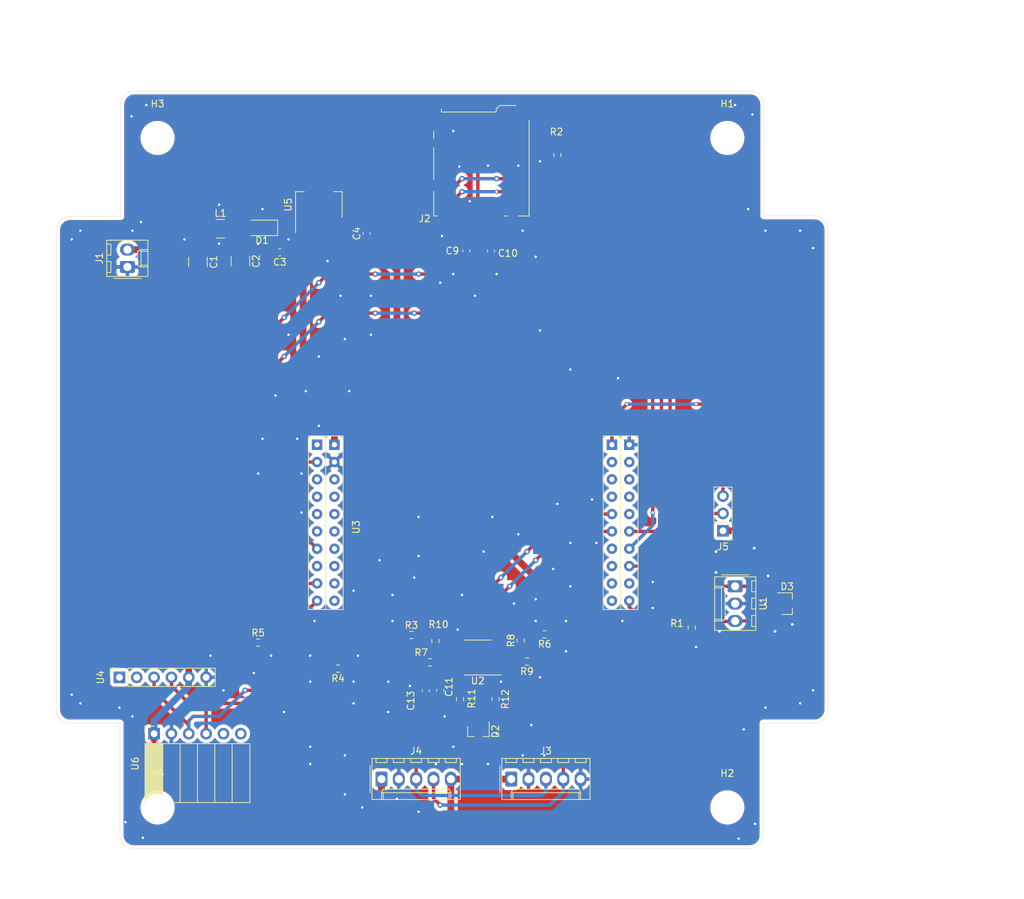
<source format=kicad_pcb>
(kicad_pcb (version 20171130) (host pcbnew 5.1.10)
  (layers (0 F.Cu signal) (31 B.Cu signal) (34 B.Paste user) (35 F.Paste user) (36 B.SilkS user) (37 F.SilkS user) (38 B.Mask user) (39 F.Mask user) (44 Edge.Cuts user))
  (net 0 "")
  (net 1 "Net-(C1-Pad1)")
  (net 2 GND)
  (net 3 "Net-(C2-Pad1)")
  (net 4 +5V)
  (net 5 +3V3)
  (net 6 CCR)
  (net 7 I2C_2_SDA)
  (net 8 I2C_2_SCL)
  (net 9 I2C_1_SDA)
  (net 10 I2C_1_SCL)
  (net 11 PWM)
  (net 12 SPI_CS)
  (net 13 SPI_CLK)
  (net 14 SPI_Tx)
  (net 15 SPI_Rx)
  (net 16 "Net-(D2-Pad1)")
  (net 17 "Net-(D2-Pad2)")
  (net 18 SD_DET)
  (net 19 "Net-(J3-Pad3)")
  (net 20 "Net-(J3-Pad4)")
  (net 21 "Net-(D3-Pad1)")
  (net 22 "Net-(J2-Pad1)")
  (net 23 "Net-(J2-Pad8)")
  (net 24 "Net-(U2-Pad1)")
  (net 25 "Net-(U2-Pad5)")
  (net 26 "Net-(U3-Pad23)")
  (net 27 "Net-(U3-Pad39)")
  (net 28 "Net-(U3-Pad24)")
  (net 29 "Net-(U3-Pad33)")
  (net 30 "Net-(U3-Pad29)")
  (net 31 "Net-(U3-Pad22)")
  (net 32 "Net-(U3-Pad32)")
  (net 33 "Net-(U3-Pad25)")
  (net 34 "Net-(U3-Pad38)")
  (net 35 "Net-(U3-Pad37)")
  (net 36 "Net-(U3-Pad31)")
  (net 37 "Net-(U3-Pad34)")
  (net 38 "Net-(U3-Pad1)")
  (net 39 "Net-(U3-Pad3)")
  (net 40 "Net-(U3-Pad4)")
  (net 41 "Net-(U3-Pad6)")
  (net 42 "Net-(U3-Pad8)")
  (net 43 "Net-(U3-Pad5)")
  (net 44 "Net-(U3-Pad13)")
  (net 45 "Net-(U3-Pad14)")
  (net 46 "Net-(U3-Pad15)")
  (net 47 "Net-(U3-Pad16)")
  (net 48 "Net-(U3-Pad17)")
  (net 49 "Net-(U3-Pad18)")
  (net 50 "Net-(U3-Pad20)")
  (net 51 "Net-(U3-Pad19)")
  (net 52 "Net-(U4-Pad1)")
  (net 53 "Net-(U4-Pad2)")
  (module MountingHole:MountingHole_4mm (layer F.Cu) (at 76.708 144.145)
    (fp_text reference H4 (at 0 -5) (layer F.SilkS))
    (fp_text value MountingHole)
    (pad 1 np_thru_hole circle (at 0 0) (size 4 4) (drill 4) (layers *.Cu *.Mask))
  )
  (module MountingHole:MountingHole_4mm (layer F.Cu) (at 76.708 46.101)
    (fp_text reference H3 (at 0 -5) (layer F.SilkS))
    (fp_text value MountingHole)
    (pad 1 np_thru_hole circle (at 0 0) (size 4 4) (drill 4) (layers *.Cu *.Mask))
  )
  (module MountingHole:MountingHole_4mm (layer F.Cu) (at 160.147 144.145)
    (fp_text reference H2 (at 0 -5) (layer F.SilkS))
    (fp_text value MountingHole)
    (pad 1 np_thru_hole circle (at 0 0) (size 4 4) (drill 4) (layers *.Cu *.Mask))
  )
  (module MountingHole:MountingHole_4mm (layer F.Cu) (at 160.147 46.101)
    (fp_text reference H1 (at 0 -5) (layer F.SilkS))
    (fp_text value MountingHole)
    (pad 1 np_thru_hole circle (at 0 0) (size 4 4) (drill 4) (layers *.Cu *.Mask))
  )
  (module MSP-EXP432P401R:MSP-EXP432P401R-Backboard (layer F.Cu) (at 121.660001 102.455001)
    (fp_text reference U3 (at -15.875 0.635 90) (layer F.SilkS))
    (fp_text value BackBoard)
    (pad 21 thru_hole rect (at 24.13 -11.43) (size 1.524 1.524) (drill 0.762) (layers *.Cu *.Mask) (net 2 GND))
    (pad 35 thru_hole circle (at 21.59 1.27) (size 1.524 1.524) (drill 0.762) (layers *.Cu *.Mask) (net 7 I2C_2_SDA))
    (pad 23 thru_hole circle (at 24.13 -6.35) (size 1.524 1.524) (drill 0.762) (layers *.Cu *.Mask) (net 26 "Net-(U3-Pad23)"))
    (pad 39 thru_hole circle (at 21.59 -8.89) (size 1.524 1.524) (drill 0.762) (layers *.Cu *.Mask) (net 27 "Net-(U3-Pad39)"))
    (pad 24 thru_hole circle (at 24.13 -3.81) (size 1.524 1.524) (drill 0.762) (layers *.Cu *.Mask) (net 28 "Net-(U3-Pad24)"))
    (pad 33 thru_hole circle (at 21.59 6.35) (size 1.524 1.524) (drill 0.762) (layers *.Cu *.Mask) (net 29 "Net-(U3-Pad33)"))
    (pad 29 thru_hole circle (at 24.13 8.89) (size 1.524 1.524) (drill 0.762) (layers *.Cu *.Mask) (net 30 "Net-(U3-Pad29)"))
    (pad 27 thru_hole circle (at 24.13 3.81) (size 1.524 1.524) (drill 0.762) (layers *.Cu *.Mask) (net 15 SPI_Rx))
    (pad 26 thru_hole circle (at 24.13 1.27) (size 1.524 1.524) (drill 0.762) (layers *.Cu *.Mask) (net 14 SPI_Tx))
    (pad 22 thru_hole circle (at 24.13 -8.89) (size 1.524 1.524) (drill 0.762) (layers *.Cu *.Mask) (net 31 "Net-(U3-Pad22)"))
    (pad 28 thru_hole circle (at 24.13 6.35) (size 1.524 1.524) (drill 0.762) (layers *.Cu *.Mask) (net 18 SD_DET))
    (pad 32 thru_hole circle (at 21.59 8.89) (size 1.524 1.524) (drill 0.762) (layers *.Cu *.Mask) (net 32 "Net-(U3-Pad32)"))
    (pad 36 thru_hole circle (at 21.59 -1.27) (size 1.524 1.524) (drill 0.762) (layers *.Cu *.Mask) (net 8 I2C_2_SCL))
    (pad 25 thru_hole circle (at 24.13 -1.27) (size 1.524 1.524) (drill 0.762) (layers *.Cu *.Mask) (net 33 "Net-(U3-Pad25)"))
    (pad 40 thru_hole rect (at 21.59 -11.43) (size 1.524 1.524) (drill 0.762) (layers *.Cu *.Mask) (net 11 PWM))
    (pad 38 thru_hole circle (at 21.59 -6.35) (size 1.524 1.524) (drill 0.762) (layers *.Cu *.Mask) (net 34 "Net-(U3-Pad38)"))
    (pad 37 thru_hole circle (at 21.59 -3.81) (size 1.524 1.524) (drill 0.762) (layers *.Cu *.Mask) (net 35 "Net-(U3-Pad37)"))
    (pad 31 thru_hole circle (at 21.59 11.43) (size 1.524 1.524) (drill 0.762) (layers *.Cu *.Mask) (net 36 "Net-(U3-Pad31)"))
    (pad 30 thru_hole circle (at 24.13 11.43) (size 1.524 1.524) (drill 0.762) (layers *.Cu *.Mask) (net 6 CCR))
    (pad 34 thru_hole circle (at 21.59 3.81) (size 1.524 1.524) (drill 0.762) (layers *.Cu *.Mask) (net 37 "Net-(U3-Pad34)"))
    (pad 1 thru_hole rect (at -21.59 -11.43) (size 1.524 1.524) (drill 0.762) (layers *.Cu *.Mask) (net 38 "Net-(U3-Pad1)"))
    (pad 3 thru_hole circle (at -21.59 -6.35) (size 1.524 1.524) (drill 0.762) (layers *.Cu *.Mask) (net 39 "Net-(U3-Pad3)"))
    (pad 4 thru_hole circle (at -21.59 -3.81) (size 1.524 1.524) (drill 0.762) (layers *.Cu *.Mask) (net 40 "Net-(U3-Pad4)"))
    (pad 9 thru_hole circle (at -21.59 8.89) (size 1.524 1.524) (drill 0.762) (layers *.Cu *.Mask) (net 10 I2C_1_SCL))
    (pad 7 thru_hole circle (at -21.59 3.81) (size 1.524 1.524) (drill 0.762) (layers *.Cu *.Mask) (net 13 SPI_CLK))
    (pad 6 thru_hole circle (at -21.59 1.27) (size 1.524 1.524) (drill 0.762) (layers *.Cu *.Mask) (net 41 "Net-(U3-Pad6)"))
    (pad 2 thru_hole circle (at -21.59 -8.89) (size 1.524 1.524) (drill 0.762) (layers *.Cu *.Mask) (net 12 SPI_CS))
    (pad 8 thru_hole circle (at -21.59 6.35) (size 1.524 1.524) (drill 0.762) (layers *.Cu *.Mask) (net 42 "Net-(U3-Pad8)"))
    (pad 5 thru_hole circle (at -21.59 -1.27) (size 1.524 1.524) (drill 0.762) (layers *.Cu *.Mask) (net 43 "Net-(U3-Pad5)"))
    (pad 10 thru_hole circle (at -21.59 11.43) (size 1.524 1.524) (drill 0.762) (layers *.Cu *.Mask) (net 9 I2C_1_SDA))
    (pad 11 thru_hole rect (at -19.05 -11.43) (size 1.524 1.524) (drill 0.762) (layers *.Cu *.Mask) (net 4 +5V))
    (pad 12 thru_hole circle (at -19.05 -8.89) (size 1.524 1.524) (drill 0.762) (layers *.Cu *.Mask) (net 2 GND))
    (pad 13 thru_hole circle (at -19.05 -6.35) (size 1.524 1.524) (drill 0.762) (layers *.Cu *.Mask) (net 44 "Net-(U3-Pad13)"))
    (pad 14 thru_hole circle (at -19.05 -3.81) (size 1.524 1.524) (drill 0.762) (layers *.Cu *.Mask) (net 45 "Net-(U3-Pad14)"))
    (pad 15 thru_hole circle (at -19.05 -1.27) (size 1.524 1.524) (drill 0.762) (layers *.Cu *.Mask) (net 46 "Net-(U3-Pad15)"))
    (pad 16 thru_hole circle (at -19.05 1.27) (size 1.524 1.524) (drill 0.762) (layers *.Cu *.Mask) (net 47 "Net-(U3-Pad16)"))
    (pad 17 thru_hole circle (at -19.05 3.81) (size 1.524 1.524) (drill 0.762) (layers *.Cu *.Mask) (net 48 "Net-(U3-Pad17)"))
    (pad 18 thru_hole circle (at -19.05 6.35) (size 1.524 1.524) (drill 0.762) (layers *.Cu *.Mask) (net 49 "Net-(U3-Pad18)"))
    (pad 20 thru_hole circle (at -19.05 11.43) (size 1.524 1.524) (drill 0.762) (layers *.Cu *.Mask) (net 50 "Net-(U3-Pad20)"))
    (pad 19 thru_hole circle (at -19.05 8.89) (size 1.524 1.524) (drill 0.762) (layers *.Cu *.Mask) (net 51 "Net-(U3-Pad19)"))
  )
  (module Connector_PinHeader_2.54mm:PinHeader_1x03_P2.54mm_Vertical (layer F.Cu) (at 159.512 103.632 180)
    (fp_text reference J5 (at 0 -2.33) (layer F.SilkS))
    (fp_text value Conn_01x03)
    (pad 3 thru_hole oval (at 0 5.08 180) (size 1.7 1.7) (drill 1) (layers *.Cu *.Mask) (net 11 PWM))
    (pad 2 thru_hole oval (at 0 2.54 180) (size 1.7 1.7) (drill 1) (layers *.Cu *.Mask) (net 21 "Net-(D3-Pad1)"))
    (pad 1 thru_hole rect (at 0 0 180) (size 1.7 1.7) (drill 1) (layers *.Cu *.Mask) (net 5 +3V3))
  )
  (module Package_TO_SOT_SMD:SOT-223-3_TabPin2 (layer F.Cu) (at 100.33 55.88 90)
    (fp_text reference U5 (at 0 -4.5 90) (layer F.SilkS))
    (fp_text value TC1262-33)
    (pad 1 smd rect (at -3.15 -2.3 90) (size 2 1.5) (layers F.Cu F.Paste F.Mask) (net 4 +5V))
    (pad 3 smd rect (at -3.15 2.3 90) (size 2 1.5) (layers F.Cu F.Paste F.Mask) (net 5 +3V3))
    (pad 2 smd rect (at -3.15 0 90) (size 2 1.5) (layers F.Cu F.Paste F.Mask) (net 2 GND))
    (pad 2 smd rect (at 3.15 0 90) (size 2 3.8) (layers F.Cu F.Paste F.Mask) (net 2 GND))
  )
  (module Connector_Molex:Molex_KK-254_AE-6410-03A_1x03_P2.54mm_Vertical (layer F.Cu) (at 161.29 111.76 270)
    (fp_text reference U1 (at 2.54 -4.12 90) (layer F.SilkS))
    (fp_text value OPB720b_mod)
    (pad 3 thru_hole oval (at 5.08 0 270) (size 1.74 2.19) (drill 1.19) (layers *.Cu *.Mask) (net 6 CCR))
    (pad 2 thru_hole oval (at 2.54 0 270) (size 1.74 2.19) (drill 1.19) (layers *.Cu *.Mask) (net 2 GND))
    (pad 1 thru_hole roundrect (at 0 0 270) (size 1.74 2.19) (drill 1.19) (layers *.Cu *.Mask) (roundrect_rratio 0.1436775862068966) (net 21 "Net-(D3-Pad1)"))
  )
  (module Connector_Molex:Molex_KK-254_AE-6410-05A_1x05_P2.54mm_Vertical (layer F.Cu) (at 109.5 140)
    (fp_text reference J4 (at 5.08 -4.12) (layer F.SilkS))
    (fp_text value Conn_01x05)
    (pad 5 thru_hole oval (at 10.16 0) (size 1.74 2.19) (drill 1.19) (layers *.Cu *.Mask) (net 5 +3V3))
    (pad 4 thru_hole oval (at 7.62 0) (size 1.74 2.19) (drill 1.19) (layers *.Cu *.Mask) (net 20 "Net-(J3-Pad4)"))
    (pad 3 thru_hole oval (at 5.08 0) (size 1.74 2.19) (drill 1.19) (layers *.Cu *.Mask) (net 19 "Net-(J3-Pad3)"))
    (pad 2 thru_hole oval (at 2.54 0) (size 1.74 2.19) (drill 1.19) (layers *.Cu *.Mask) (net 2 GND))
    (pad 1 thru_hole roundrect (at 0 0) (size 1.74 2.19) (drill 1.19) (layers *.Cu *.Mask) (roundrect_rratio 0.1436775862068966) (net 5 +3V3))
  )
  (module Connector_Molex:Molex_KK-254_AE-6410-05A_1x05_P2.54mm_Vertical (layer F.Cu) (at 128.5 140)
    (fp_text reference J3 (at 5.08 -4.12) (layer F.SilkS))
    (fp_text value Conn_01x05)
    (pad 5 thru_hole oval (at 10.16 0) (size 1.74 2.19) (drill 1.19) (layers *.Cu *.Mask) (net 2 GND))
    (pad 4 thru_hole oval (at 7.62 0) (size 1.74 2.19) (drill 1.19) (layers *.Cu *.Mask) (net 20 "Net-(J3-Pad4)"))
    (pad 3 thru_hole oval (at 5.08 0) (size 1.74 2.19) (drill 1.19) (layers *.Cu *.Mask) (net 19 "Net-(J3-Pad3)"))
    (pad 2 thru_hole oval (at 2.54 0) (size 1.74 2.19) (drill 1.19) (layers *.Cu *.Mask) (net 2 GND))
    (pad 1 thru_hole roundrect (at 0 0) (size 1.74 2.19) (drill 1.19) (layers *.Cu *.Mask) (roundrect_rratio 0.1436775862068966) (net 5 +3V3))
  )
  (module Connector_Molex:Molex_KK-254_AE-6410-02A_1x02_P2.54mm_Vertical (layer F.Cu) (at 72.3 65 90)
    (fp_text reference J1 (at 1.27 -4.12 90) (layer F.SilkS))
    (fp_text value Conn_01x02)
    (pad 2 thru_hole oval (at 2.54 0 90) (size 1.74 2.19) (drill 1.19) (layers *.Cu *.Mask) (net 1 "Net-(C1-Pad1)"))
    (pad 1 thru_hole roundrect (at 0 0 90) (size 1.74 2.19) (drill 1.19) (layers *.Cu *.Mask) (roundrect_rratio 0.1436775862068966) (net 2 GND))
  )
  (module Package_TO_SOT_SMD:SOT-23 (layer F.Cu) (at 168.91 114.3)
    (fp_text reference D3 (at 0 -2.5) (layer F.SilkS))
    (fp_text value SP0502BAHT)
    (pad 3 smd rect (at 1 0) (size 0.9 0.8) (layers F.Cu F.Paste F.Mask) (net 2 GND))
    (pad 2 smd rect (at -1 0.95) (size 0.9 0.8) (layers F.Cu F.Paste F.Mask) (net 6 CCR))
    (pad 1 smd rect (at -1 -0.95) (size 0.9 0.8) (layers F.Cu F.Paste F.Mask) (net 21 "Net-(D3-Pad1)"))
  )
  (module Connector_PinSocket_2.54mm:PinSocket_1x06_P2.54mm_Horizontal (layer F.Cu) (at 76.2 133.35 90)
    (fp_text reference U6 (at -4.38 -2.77 90) (layer F.SilkS))
    (fp_text value BME280_Mod_LC)
    (pad 6 thru_hole oval (at 0 12.7 90) (size 1.7 1.7) (drill 1) (layers *.Cu *.Mask))
    (pad 5 thru_hole oval (at 0 10.16 90) (size 1.7 1.7) (drill 1) (layers *.Cu *.Mask))
    (pad 4 thru_hole oval (at 0 7.62 90) (size 1.7 1.7) (drill 1) (layers *.Cu *.Mask) (net 9 I2C_1_SDA))
    (pad 3 thru_hole oval (at 0 5.08 90) (size 1.7 1.7) (drill 1) (layers *.Cu *.Mask) (net 10 I2C_1_SCL))
    (pad 2 thru_hole oval (at 0 2.54 90) (size 1.7 1.7) (drill 1) (layers *.Cu *.Mask) (net 2 GND))
    (pad 1 thru_hole rect (at 0 0 90) (size 1.7 1.7) (drill 1) (layers *.Cu *.Mask) (net 5 +3V3))
  )
  (module Capacitor_SMD:C_1210_3225Metric (layer F.Cu) (at 82.621 64.28 270)
    (fp_text reference C1 (at 0 -2.3 90) (layer F.SilkS))
    (fp_text value C)
    (pad 2 smd roundrect (at 1.475 0 270) (size 1.15 2.7) (layers F.Cu F.Paste F.Mask) (roundrect_rratio 0.2173904347826087) (net 2 GND))
    (pad 1 smd roundrect (at -1.475 0 270) (size 1.15 2.7) (layers F.Cu F.Paste F.Mask) (roundrect_rratio 0.2173904347826087) (net 1 "Net-(C1-Pad1)"))
  )
  (module Capacitor_SMD:C_1210_3225Metric (layer F.Cu) (at 88.844 64.153 270)
    (fp_text reference C2 (at 0 -2.3 90) (layer F.SilkS))
    (fp_text value C)
    (pad 1 smd roundrect (at -1.475 0 270) (size 1.15 2.7) (layers F.Cu F.Paste F.Mask) (roundrect_rratio 0.2173904347826087) (net 3 "Net-(C2-Pad1)"))
    (pad 2 smd roundrect (at 1.475 0 270) (size 1.15 2.7) (layers F.Cu F.Paste F.Mask) (roundrect_rratio 0.2173904347826087) (net 2 GND))
  )
  (module Capacitor_SMD:C_0603_1608Metric_Pad1.08x0.95mm_HandSolder (layer F.Cu) (at 94.615 62.865 180)
    (fp_text reference C3 (at 0 -1.43) (layer F.SilkS))
    (fp_text value C)
    (pad 2 smd roundrect (at 0.8625 0 180) (size 1.075 0.95) (layers F.Cu F.Paste F.Mask) (net 2 GND))
    (pad 1 smd roundrect (at -0.8625 0 180) (size 1.075 0.95) (layers F.Cu F.Paste F.Mask) (net 4 +5V))
  )
  (module Capacitor_SMD:C_0603_1608Metric_Pad1.08x0.95mm_HandSolder (layer F.Cu) (at 107.315 60.0975 90)
    (fp_text reference C4 (at 0 -1.43 90) (layer F.SilkS))
    (fp_text value C)
    (pad 1 smd roundrect (at -0.8625 0 90) (size 1.075 0.95) (layers F.Cu F.Paste F.Mask) (net 5 +3V3))
    (pad 2 smd roundrect (at 0.8625 0 90) (size 1.075 0.95) (layers F.Cu F.Paste F.Mask) (net 2 GND))
  )
  (module Capacitor_SMD:C_0603_1608Metric_Pad1.08x0.95mm_HandSolder (layer F.Cu) (at 121.92 62.6375 90)
    (fp_text reference C9 (at 0 -2.032 180) (layer F.SilkS))
    (fp_text value C)
    (pad 2 smd roundrect (at 0.8625 0 90) (size 1.075 0.95) (layers F.Cu F.Paste F.Mask) (net 5 +3V3))
    (pad 1 smd roundrect (at -0.8625 0 90) (size 1.075 0.95) (layers F.Cu F.Paste F.Mask) (net 2 GND))
  )
  (module Capacitor_SMD:C_0603_1608Metric_Pad1.08x0.95mm_HandSolder (layer F.Cu) (at 125.537 62.6705 270)
    (fp_text reference C10 (at 0.3215 -2.479 180) (layer F.SilkS))
    (fp_text value C)
    (pad 1 smd roundrect (at -0.8625 0 270) (size 1.075 0.95) (layers F.Cu F.Paste F.Mask) (net 5 +3V3))
    (pad 2 smd roundrect (at 0.8625 0 270) (size 1.075 0.95) (layers F.Cu F.Paste F.Mask) (net 2 GND))
  )
  (module Capacitor_SMD:C_0603_1608Metric_Pad1.08x0.95mm_HandSolder (layer F.Cu) (at 118.1 127 270)
    (fp_text reference C11 (at -0.508 -1.28 90) (layer F.SilkS))
    (fp_text value C)
    (pad 2 smd roundrect (at 0.8625 0 270) (size 1.075 0.95) (layers F.Cu F.Paste F.Mask) (net 2 GND))
    (pad 1 smd roundrect (at -0.8625 0 270) (size 1.075 0.95) (layers F.Cu F.Paste F.Mask) (net 5 +3V3))
  )
  (module Capacitor_SMD:C_0603_1608Metric_Pad1.08x0.95mm_HandSolder (layer F.Cu) (at 116 127.0375 270)
    (fp_text reference C13 (at 1.4865 2.208 90) (layer F.SilkS))
    (fp_text value C)
    (pad 1 smd roundrect (at -0.8625 0 270) (size 1.075 0.95) (layers F.Cu F.Paste F.Mask) (net 5 +3V3))
    (pad 2 smd roundrect (at 0.8625 0 270) (size 1.075 0.95) (layers F.Cu F.Paste F.Mask) (net 2 GND))
  )
  (module Diode_SMD:D_1206_3216Metric (layer F.Cu) (at 92.016 59.278 180)
    (fp_text reference D1 (at 0 -1.82) (layer F.SilkS))
    (fp_text value D)
    (pad 1 smd roundrect (at -1.4 0 180) (size 1.25 1.75) (layers F.Cu F.Paste F.Mask) (roundrect_rratio 0.2) (net 4 +5V))
    (pad 2 smd roundrect (at 1.4 0 180) (size 1.25 1.75) (layers F.Cu F.Paste F.Mask) (roundrect_rratio 0.2) (net 3 "Net-(C2-Pad1)"))
  )
  (module Package_TO_SOT_SMD:SOT-23 (layer F.Cu) (at 123.7 133 270)
    (fp_text reference D2 (at 0 -2.5 90) (layer F.SilkS))
    (fp_text value SP0502BAHT)
    (pad 1 smd rect (at -1 -0.95 270) (size 0.9 0.8) (layers F.Cu F.Paste F.Mask) (net 16 "Net-(D2-Pad1)"))
    (pad 2 smd rect (at -1 0.95 270) (size 0.9 0.8) (layers F.Cu F.Paste F.Mask) (net 17 "Net-(D2-Pad2)"))
    (pad 3 smd rect (at 1 0 270) (size 0.9 0.8) (layers F.Cu F.Paste F.Mask) (net 2 GND))
  )
  (module Connector_Card:microSD_HC_Hirose_DM3BT-DSF-PEJS (layer F.Cu) (at 124.14 49.645001 180)
    (fp_text reference J2 (at 8.316 -8.266999) (layer F.SilkS))
    (fp_text value Micro_SD_Card_Det)
    (pad 1 smd rect (at -2.775 -7.625 180) (size 0.7 1.4) (layers F.Cu F.Paste F.Mask) (net 22 "Net-(J2-Pad1)"))
    (pad 11 smd rect (at -6.575 7.375 180) (size 1.5 1.9) (layers F.Cu F.Paste F.Mask) (net 2 GND))
    (pad 11 smd rect (at -4.675 -7.625 180) (size 1 1.4) (layers F.Cu F.Paste F.Mask) (net 2 GND))
    (pad 11 smd rect (at 6.725 -3.425 180) (size 1.2 1.2) (layers F.Cu F.Paste F.Mask) (net 2 GND))
    (pad 11 smd rect (at 6.725 6.375 180) (size 1.2 3.2) (layers F.Cu F.Paste F.Mask) (net 2 GND))
    (pad 9 smd rect (at 5.875 -7.725 180) (size 0.7 1.2) (layers F.Cu F.Paste F.Mask) (net 18 SD_DET))
    (pad 2 smd rect (at -1.675 -7.625 180) (size 0.7 1.4) (layers F.Cu F.Paste F.Mask) (net 12 SPI_CS))
    (pad 3 smd rect (at -0.575 -7.625 180) (size 0.7 1.4) (layers F.Cu F.Paste F.Mask) (net 15 SPI_Rx))
    (pad 4 smd rect (at 0.525 -7.625 180) (size 0.7 1.4) (layers F.Cu F.Paste F.Mask) (net 5 +3V3))
    (pad 5 smd rect (at 1.625 -7.625 180) (size 0.7 1.4) (layers F.Cu F.Paste F.Mask) (net 13 SPI_CLK))
    (pad 6 smd rect (at 2.725 -7.625 180) (size 0.7 1.4) (layers F.Cu F.Paste F.Mask) (net 2 GND))
    (pad 7 smd rect (at 3.825 -7.625 180) (size 0.7 1.4) (layers F.Cu F.Paste F.Mask) (net 14 SPI_Tx))
    (pad 8 smd rect (at 4.925 -7.625 180) (size 0.7 1.4) (layers F.Cu F.Paste F.Mask) (net 23 "Net-(J2-Pad8)"))
    (pad 11 smd rect (at -5.575 8.075 180) (size 0.5 0.5) (layers F.Cu F.Paste F.Mask) (net 2 GND))
    (pad 10 smd rect (at 6.725 2.775 180) (size 1.2 0.8) (layers F.Cu F.Paste F.Mask) (net 5 +3V3))
    (pad 11 smd rect (at -5.825 7.825 225) (size 0.2 0.2) (layers F.Cu F.Paste F.Mask) (net 2 GND))
  )
  (module Inductor_SMD:L_1210_3225Metric (layer F.Cu) (at 85.926 59.405)
    (fp_text reference L1 (at 0 -2.28) (layer F.SilkS))
    (fp_text value L)
    (pad 1 smd roundrect (at -1.4 0) (size 1.25 2.65) (layers F.Cu F.Paste F.Mask) (roundrect_rratio 0.2) (net 1 "Net-(C1-Pad1)"))
    (pad 2 smd roundrect (at 1.4 0) (size 1.25 2.65) (layers F.Cu F.Paste F.Mask) (roundrect_rratio 0.2) (net 3 "Net-(C2-Pad1)"))
  )
  (module Resistor_SMD:R_0603_1608Metric_Pad0.98x0.95mm_HandSolder (layer F.Cu) (at 154.94 117.8325 90)
    (fp_text reference R1 (at 0.6335 -2.169 180) (layer F.SilkS))
    (fp_text value R)
    (pad 2 smd roundrect (at 0.9125 0 90) (size 0.975 0.95) (layers F.Cu F.Paste F.Mask) (net 6 CCR))
    (pad 1 smd roundrect (at -0.9125 0 90) (size 0.975 0.95) (layers F.Cu F.Paste F.Mask) (net 5 +3V3))
  )
  (module Resistor_SMD:R_0603_1608Metric_Pad0.98x0.95mm_HandSolder (layer F.Cu) (at 135.255 48.6175 90)
    (fp_text reference R2 (at 3.4055 -0.127 180) (layer F.SilkS))
    (fp_text value R)
    (pad 1 smd roundrect (at -0.9125 0 90) (size 0.975 0.95) (layers F.Cu F.Paste F.Mask) (net 18 SD_DET))
    (pad 2 smd roundrect (at 0.9125 0 90) (size 0.975 0.95) (layers F.Cu F.Paste F.Mask) (net 2 GND))
  )
  (module Resistor_SMD:R_0603_1608Metric_Pad0.98x0.95mm_HandSolder (layer F.Cu) (at 113.8875 118.9)
    (fp_text reference R3 (at 0 -1.43) (layer F.SilkS))
    (fp_text value R)
    (pad 2 smd roundrect (at 0.9125 0) (size 0.975 0.95) (layers F.Cu F.Paste F.Mask) (net 8 I2C_2_SCL))
    (pad 1 smd roundrect (at -0.9125 0) (size 0.975 0.95) (layers F.Cu F.Paste F.Mask) (net 5 +3V3))
  )
  (module Resistor_SMD:R_0603_1608Metric_Pad0.98x0.95mm_HandSolder (layer F.Cu) (at 103.1475 123.825 180)
    (fp_text reference R4 (at 0 -1.43) (layer F.SilkS))
    (fp_text value R)
    (pad 2 smd roundrect (at 0.9125 0 180) (size 0.975 0.95) (layers F.Cu F.Paste F.Mask) (net 9 I2C_1_SDA))
    (pad 1 smd roundrect (at -0.9125 0 180) (size 0.975 0.95) (layers F.Cu F.Paste F.Mask) (net 5 +3V3))
  )
  (module Resistor_SMD:R_0603_1608Metric_Pad0.98x0.95mm_HandSolder (layer F.Cu) (at 91.44 120.015)
    (fp_text reference R5 (at 0 -1.43) (layer F.SilkS))
    (fp_text value R)
    (pad 1 smd roundrect (at -0.9125 0) (size 0.975 0.95) (layers F.Cu F.Paste F.Mask) (net 5 +3V3))
    (pad 2 smd roundrect (at 0.9125 0) (size 0.975 0.95) (layers F.Cu F.Paste F.Mask) (net 10 I2C_1_SCL))
  )
  (module Resistor_SMD:R_0603_1608Metric_Pad0.98x0.95mm_HandSolder (layer F.Cu) (at 133.4 118.8 180)
    (fp_text reference R6 (at 0 -1.43) (layer F.SilkS))
    (fp_text value R)
    (pad 1 smd roundrect (at -0.9125 0 180) (size 0.975 0.95) (layers F.Cu F.Paste F.Mask) (net 5 +3V3))
    (pad 2 smd roundrect (at 0.9125 0 180) (size 0.975 0.95) (layers F.Cu F.Paste F.Mask) (net 7 I2C_2_SDA))
  )
  (module Resistor_SMD:R_0603_1608Metric_Pad0.98x0.95mm_HandSolder (layer F.Cu) (at 116.6 122.9)
    (fp_text reference R7 (at -1.284 -1.43) (layer F.SilkS))
    (fp_text value R)
    (pad 1 smd roundrect (at -0.9125 0) (size 0.975 0.95) (layers F.Cu F.Paste F.Mask) (net 5 +3V3))
    (pad 2 smd roundrect (at 0.9125 0) (size 0.975 0.95) (layers F.Cu F.Paste F.Mask) (net 17 "Net-(D2-Pad2)"))
  )
  (module Resistor_SMD:R_0603_1608Metric_Pad0.98x0.95mm_HandSolder (layer F.Cu) (at 129.9 119.7 90)
    (fp_text reference R8 (at 0 -1.43 90) (layer F.SilkS))
    (fp_text value R)
    (pad 1 smd roundrect (at -0.9125 0 90) (size 0.975 0.95) (layers F.Cu F.Paste F.Mask) (net 16 "Net-(D2-Pad1)"))
    (pad 2 smd roundrect (at 0.9125 0 90) (size 0.975 0.95) (layers F.Cu F.Paste F.Mask) (net 7 I2C_2_SDA))
  )
  (module Resistor_SMD:R_0603_1608Metric_Pad0.98x0.95mm_HandSolder (layer F.Cu) (at 130.8 122.8 180)
    (fp_text reference R9 (at 0 -1.43) (layer F.SilkS))
    (fp_text value R)
    (pad 1 smd roundrect (at -0.9125 0 180) (size 0.975 0.95) (layers F.Cu F.Paste F.Mask) (net 5 +3V3))
    (pad 2 smd roundrect (at 0.9125 0 180) (size 0.975 0.95) (layers F.Cu F.Paste F.Mask) (net 16 "Net-(D2-Pad1)"))
  )
  (module Resistor_SMD:R_0603_1608Metric_Pad0.98x0.95mm_HandSolder (layer F.Cu) (at 117.4 119.7875 270)
    (fp_text reference R10 (at -2.4395 -0.456 180) (layer F.SilkS))
    (fp_text value R)
    (pad 2 smd roundrect (at 0.9125 0 270) (size 0.975 0.95) (layers F.Cu F.Paste F.Mask) (net 17 "Net-(D2-Pad2)"))
    (pad 1 smd roundrect (at -0.9125 0 270) (size 0.975 0.95) (layers F.Cu F.Paste F.Mask) (net 8 I2C_2_SCL))
  )
  (module Resistor_SMD:R_0603_1608Metric_Pad0.98x0.95mm_HandSolder (layer F.Cu) (at 121 128.2875 90)
    (fp_text reference R11 (at 0.0875 1.7 270) (layer F.SilkS))
    (fp_text value R)
    (pad 2 smd roundrect (at 0.9125 0 90) (size 0.975 0.95) (layers F.Cu F.Paste F.Mask) (net 17 "Net-(D2-Pad2)"))
    (pad 1 smd roundrect (at -0.9125 0 90) (size 0.975 0.95) (layers F.Cu F.Paste F.Mask) (net 19 "Net-(J3-Pad3)"))
  )
  (module Resistor_SMD:R_0603_1608Metric_Pad0.98x0.95mm_HandSolder (layer F.Cu) (at 126.2 128.3 270)
    (fp_text reference R12 (at 0 -1.43 90) (layer F.SilkS))
    (fp_text value R)
    (pad 2 smd roundrect (at 0.9125 0 270) (size 0.975 0.95) (layers F.Cu F.Paste F.Mask) (net 20 "Net-(J3-Pad4)"))
    (pad 1 smd roundrect (at -0.9125 0 270) (size 0.975 0.95) (layers F.Cu F.Paste F.Mask) (net 16 "Net-(D2-Pad1)"))
  )
  (module Package_SO:SO-8_3.9x4.9mm_P1.27mm (layer F.Cu) (at 123.6 122.2 180)
    (fp_text reference U2 (at 0 -3.4) (layer F.SilkS))
    (fp_text value P82B715)
    (pad 1 smd roundrect (at -2.575 -1.905 180) (size 1.75 0.6) (layers F.Cu F.Paste F.Mask) (net 24 "Net-(U2-Pad1)"))
    (pad 2 smd roundrect (at -2.575 -0.635 180) (size 1.75 0.6) (layers F.Cu F.Paste F.Mask) (net 16 "Net-(D2-Pad1)"))
    (pad 3 smd roundrect (at -2.575 0.635 180) (size 1.75 0.6) (layers F.Cu F.Paste F.Mask) (net 7 I2C_2_SDA))
    (pad 4 smd roundrect (at -2.575 1.905 180) (size 1.75 0.6) (layers F.Cu F.Paste F.Mask) (net 2 GND))
    (pad 5 smd roundrect (at 2.575 1.905 180) (size 1.75 0.6) (layers F.Cu F.Paste F.Mask) (net 25 "Net-(U2-Pad5)"))
    (pad 6 smd roundrect (at 2.575 0.635 180) (size 1.75 0.6) (layers F.Cu F.Paste F.Mask) (net 8 I2C_2_SCL))
    (pad 7 smd roundrect (at 2.575 -0.635 180) (size 1.75 0.6) (layers F.Cu F.Paste F.Mask) (net 17 "Net-(D2-Pad2)"))
    (pad 8 smd roundrect (at 2.575 -1.905 180) (size 1.75 0.6) (layers F.Cu F.Paste F.Mask) (net 5 +3V3))
  )
  (module Connector_PinSocket_2.54mm:PinSocket_1x06_P2.54mm_Vertical (layer F.Cu) (at 71.12 125.095 90)
    (fp_text reference U4 (at 0 -2.77 90) (layer F.SilkS))
    (fp_text value RTC_DS3231_Mod)
    (pad 1 thru_hole rect (at 0 0 90) (size 1.7 1.7) (drill 1) (layers *.Cu *.Mask) (net 52 "Net-(U4-Pad1)"))
    (pad 2 thru_hole oval (at 0 2.54 90) (size 1.7 1.7) (drill 1) (layers *.Cu *.Mask) (net 53 "Net-(U4-Pad2)"))
    (pad 3 thru_hole oval (at 0 5.08 90) (size 1.7 1.7) (drill 1) (layers *.Cu *.Mask) (net 10 I2C_1_SCL))
    (pad 4 thru_hole oval (at 0 7.62 90) (size 1.7 1.7) (drill 1) (layers *.Cu *.Mask) (net 9 I2C_1_SDA))
    (pad 5 thru_hole oval (at 0 10.16 90) (size 1.7 1.7) (drill 1) (layers *.Cu *.Mask) (net 5 +3V3))
    (pad 6 thru_hole oval (at 0 12.7 90) (size 1.7 1.7) (drill 1) (layers *.Cu *.Mask) (net 2 GND))
  )
  (gr_line (start 165.5 41.2) (end 165.5 57.5) (layer Edge.Cuts) (width 0.05))
  (gr_line (start 73.3 39.2) (end 163.5 39.2) (layer Edge.Cuts) (width 0.05))
  (gr_arc (start 73.3 41.2) (end 73.3 39.2) (angle -90) (layer Edge.Cuts) (width 0.05))
  (gr_arc (start 63.9 59.6) (end 63.9 57.6) (angle -90) (layer Edge.Cuts) (width 0.05))
  (gr_arc (start 63.9 129.8) (end 61.9 129.8) (angle -90) (layer Edge.Cuts) (width 0.05))
  (gr_arc (start 73.2 148.2) (end 71.2 148.2) (angle -90) (layer Edge.Cuts) (width 0.05))
  (gr_arc (start 163.4 148.2) (end 163.4 150.2) (angle -90) (layer Edge.Cuts) (width 0.05))
  (gr_arc (start 172.9 129.8) (end 172.9 131.8) (angle -90) (layer Edge.Cuts) (width 0.05))
  (gr_arc (start 172.9 59.5) (end 174.9 59.5) (angle -90) (layer Edge.Cuts) (width 0.05))
  (gr_arc (start 163.5 41.2) (end 165.5 41.2) (angle -90) (layer Edge.Cuts) (width 0.05))
  (gr_line (start 71.3 57.6) (end 71.3 41.2) (layer Edge.Cuts) (width 0.05))
  (gr_line (start 63.9 57.6) (end 71.3 57.6) (layer Edge.Cuts) (width 0.05))
  (gr_line (start 61.9 129.8) (end 61.9 59.6) (layer Edge.Cuts) (width 0.05))
  (gr_line (start 71.2 131.8) (end 63.9 131.8) (layer Edge.Cuts) (width 0.05))
  (gr_line (start 71.2 148.2) (end 71.2 131.8) (layer Edge.Cuts) (width 0.05))
  (gr_line (start 163.4 150.2) (end 73.2 150.2) (layer Edge.Cuts) (width 0.05))
  (gr_line (start 165.4 131.8) (end 165.4 148.2) (layer Edge.Cuts) (width 0.05))
  (gr_line (start 172.9 131.8) (end 165.4 131.8) (layer Edge.Cuts) (width 0.05))
  (gr_line (start 174.9 59.5) (end 174.9 129.8) (layer Edge.Cuts) (width 0.05))
  (gr_line (start 165.5 57.5) (end 172.9 57.5) (layer Edge.Cuts) (width 0.05))
  (segment (start 72.3 62.46) (end 76.605 62.46) (width 1) (layer F.Cu) (net 1))
  (segment (start 76.605 62.46) (end 79.66 59.405) (width 1) (layer F.Cu) (net 1))
  (segment (start 82.621 59.619) (end 82.835 59.405) (width 1) (layer F.Cu) (net 1))
  (segment (start 82.621 62.805) (end 82.621 59.619) (width 1) (layer F.Cu) (net 1))
  (segment (start 82.835 59.405) (end 84.526 59.405) (width 1) (layer F.Cu) (net 1))
  (segment (start 79.66 59.405) (end 82.835 59.405) (width 1) (layer F.Cu) (net 1))
  (via (at 106.68 144.145) (size 0.6) (drill 0.35) (layers F.Cu B.Cu) (net 2))
  (via (at 104.14 142.24) (size 0.6) (drill 0.35) (layers F.Cu B.Cu) (net 2))
  (via (at 104.14 136.525) (size 0.6) (drill 0.35) (layers F.Cu B.Cu) (net 2))
  (via (at 110.49 130.175) (size 0.6) (drill 0.35) (layers F.Cu B.Cu) (net 2))
  (via (at 110.49 125.73) (size 0.6) (drill 0.35) (layers F.Cu B.Cu) (net 2))
  (via (at 113.665 126.365) (size 0.6) (drill 0.35) (layers F.Cu B.Cu) (net 2))
  (via (at 118.745 130.81) (size 0.6) (drill 0.35) (layers F.Cu B.Cu) (net 2))
  (via (at 133.35 136.525) (size 0.6) (drill 0.35) (layers F.Cu B.Cu) (net 2))
  (via (at 130.175 136.525) (size 0.6) (drill 0.35) (layers F.Cu B.Cu) (net 2))
  (via (at 126.365 133.35) (size 0.6) (drill 0.35) (layers F.Cu B.Cu) (net 2))
  (via (at 117.475 137.795) (size 0.6) (drill 0.35) (layers F.Cu B.Cu) (net 2))
  (via (at 121.285 137.795) (size 0.6) (drill 0.35) (layers F.Cu B.Cu) (net 2))
  (via (at 125.095 137.795) (size 0.6) (drill 0.35) (layers F.Cu B.Cu) (net 2))
  (via (at 120.015 135.255) (size 0.6) (drill 0.35) (layers F.Cu B.Cu) (net 2))
  (via (at 111.76 142.875) (size 0.6) (drill 0.35) (layers F.Cu B.Cu) (net 2))
  (via (at 114.935 144.78) (size 0.6) (drill 0.35) (layers F.Cu B.Cu) (net 2))
  (via (at 99.06 137.795) (size 0.6) (drill 0.35) (layers F.Cu B.Cu) (net 2))
  (via (at 99.06 135.255) (size 0.6) (drill 0.35) (layers F.Cu B.Cu) (net 2))
  (via (at 105.41 128.905) (size 0.6) (drill 0.35) (layers F.Cu B.Cu) (net 2))
  (via (at 105.41 125.73) (size 0.6) (drill 0.35) (layers F.Cu B.Cu) (net 2))
  (via (at 99.06 125.73) (size 0.6) (drill 0.35) (layers F.Cu B.Cu) (net 2))
  (via (at 95.25 130.175) (size 0.6) (drill 0.35) (layers F.Cu B.Cu) (net 2))
  (via (at 93.345 121.92) (size 0.6) (drill 0.35) (layers F.Cu B.Cu) (net 2))
  (via (at 106.045 121.92) (size 0.6) (drill 0.35) (layers F.Cu B.Cu) (net 2))
  (via (at 99.06 121.92) (size 0.6) (drill 0.35) (layers F.Cu B.Cu) (net 2))
  (via (at 99.695 116.84) (size 0.6) (drill 0.35) (layers F.Cu B.Cu) (net 2))
  (via (at 105.41 112.395) (size 0.6) (drill 0.35) (layers F.Cu B.Cu) (net 2))
  (via (at 109.22 107.95) (size 0.6) (drill 0.35) (layers F.Cu B.Cu) (net 2))
  (via (at 104.775 83.185) (size 0.6) (drill 0.35) (layers F.Cu B.Cu) (net 2))
  (via (at 100.33 78.105) (size 0.6) (drill 0.35) (layers F.Cu B.Cu) (net 2))
  (via (at 107.95 69.215) (size 0.6) (drill 0.35) (layers F.Cu B.Cu) (net 2))
  (via (at 103.505 69.215) (size 0.6) (drill 0.35) (layers F.Cu B.Cu) (net 2))
  (via (at 107.95 74.93) (size 0.6) (drill 0.35) (layers F.Cu B.Cu) (net 2))
  (via (at 104.14 75.565) (size 0.6) (drill 0.35) (layers F.Cu B.Cu) (net 2))
  (via (at 101.6 64.135) (size 0.6) (drill 0.35) (layers F.Cu B.Cu) (net 2))
  (via (at 120.65 118.11) (size 0.6) (drill 0.35) (layers F.Cu B.Cu) (net 2))
  (via (at 111.125 116.84) (size 0.6) (drill 0.35) (layers F.Cu B.Cu) (net 2))
  (via (at 111.125 113.03) (size 0.6) (drill 0.35) (layers F.Cu B.Cu) (net 2))
  (via (at 114.3 110.49) (size 0.6) (drill 0.35) (layers F.Cu B.Cu) (net 2))
  (via (at 114.935 107.315) (size 0.6) (drill 0.35) (layers F.Cu B.Cu) (net 2))
  (via (at 124.46 106.68) (size 0.6) (drill 0.35) (layers F.Cu B.Cu) (net 2))
  (via (at 121.285 113.03) (size 0.6) (drill 0.35) (layers F.Cu B.Cu) (net 2))
  (via (at 132.08 116.84) (size 0.6) (drill 0.35) (layers F.Cu B.Cu) (net 2))
  (via (at 128.905 114.3) (size 0.6) (drill 0.35) (layers F.Cu B.Cu) (net 2))
  (via (at 132.08 113.665) (size 0.6) (drill 0.35) (layers F.Cu B.Cu) (net 2))
  (via (at 127 125.73) (size 0.6) (drill 0.35) (layers F.Cu B.Cu) (net 2))
  (via (at 131.445 132.08) (size 0.6) (drill 0.35) (layers F.Cu B.Cu) (net 2))
  (via (at 132.715 125.095) (size 0.6) (drill 0.35) (layers F.Cu B.Cu) (net 2))
  (via (at 155.575 120.65) (size 0.6) (drill 0.35) (layers F.Cu B.Cu) (net 2))
  (via (at 144.78 116.84) (size 0.6) (drill 0.35) (layers F.Cu B.Cu) (net 2))
  (via (at 136.525 116.84) (size 0.6) (drill 0.35) (layers F.Cu B.Cu) (net 2))
  (via (at 137.16 111.76) (size 0.6) (drill 0.35) (layers F.Cu B.Cu) (net 2))
  (via (at 134.62 109.22) (size 0.6) (drill 0.35) (layers F.Cu B.Cu) (net 2))
  (via (at 137.16 105.41) (size 0.6) (drill 0.35) (layers F.Cu B.Cu) (net 2))
  (via (at 140.97 105.41) (size 0.6) (drill 0.35) (layers F.Cu B.Cu) (net 2))
  (via (at 165.735 114.3) (size 0.6) (drill 0.35) (layers F.Cu B.Cu) (net 2))
  (via (at 149.225 111.125) (size 0.6) (drill 0.35) (layers F.Cu B.Cu) (net 2))
  (via (at 149.225 114.935) (size 0.6) (drill 0.35) (layers F.Cu B.Cu) (net 2))
  (via (at 92.075 90.17) (size 0.6) (drill 0.35) (layers F.Cu B.Cu) (net 2))
  (via (at 91.44 95.25) (size 0.6) (drill 0.35) (layers F.Cu B.Cu) (net 2))
  (via (at 97.79 95.25) (size 0.6) (drill 0.35) (layers F.Cu B.Cu) (net 2))
  (via (at 97.79 100.965) (size 0.6) (drill 0.35) (layers F.Cu B.Cu) (net 2))
  (via (at 95.885 74.93) (size 0.6) (drill 0.35) (layers F.Cu B.Cu) (net 2))
  (via (at 97.155 90.17) (size 0.6) (drill 0.35) (layers F.Cu B.Cu) (net 2))
  (via (at 100.33 88.265) (size 0.6) (drill 0.35) (layers F.Cu B.Cu) (net 2))
  (via (at 98.425 83.185) (size 0.6) (drill 0.35) (layers F.Cu B.Cu) (net 2))
  (via (at 93.98 83.82) (size 0.6) (drill 0.35) (layers F.Cu B.Cu) (net 2))
  (via (at 130.175 59.69) (size 0.6) (drill 0.35) (layers F.Cu B.Cu) (net 2))
  (via (at 132.08 63.5) (size 0.6) (drill 0.35) (layers F.Cu B.Cu) (net 2))
  (via (at 132.715 74.295) (size 0.6) (drill 0.35) (layers F.Cu B.Cu) (net 2))
  (via (at 137.16 80.01) (size 0.6) (drill 0.35) (layers F.Cu B.Cu) (net 2))
  (via (at 144.145 81.28) (size 0.6) (drill 0.35) (layers F.Cu B.Cu) (net 2))
  (via (at 140.335 99.06) (size 0.6) (drill 0.35) (layers F.Cu B.Cu) (net 2))
  (via (at 135.255 99.695) (size 0.6) (drill 0.35) (layers F.Cu B.Cu) (net 2))
  (via (at 129.54 104.14) (size 0.6) (drill 0.35) (layers F.Cu B.Cu) (net 2))
  (via (at 125.73 101.6) (size 0.6) (drill 0.35) (layers F.Cu B.Cu) (net 2))
  (via (at 114.935 101.6) (size 0.6) (drill 0.35) (layers F.Cu B.Cu) (net 2))
  (via (at 120.015 66.04) (size 0.6) (drill 0.35) (layers F.Cu B.Cu) (net 2))
  (via (at 118.11 67.31) (size 0.6) (drill 0.35) (layers F.Cu B.Cu) (net 2))
  (via (at 126.365 66.04) (size 0.6) (drill 0.35) (layers F.Cu B.Cu) (net 2))
  (via (at 123.19 69.215) (size 0.6) (drill 0.35) (layers F.Cu B.Cu) (net 2))
  (via (at 95.885 60.96) (size 0.6) (drill 0.35) (layers F.Cu B.Cu) (net 2))
  (via (at 91.44 61.595) (size 0.6) (drill 0.35) (layers F.Cu B.Cu) (net 2))
  (via (at 92.075 56.515) (size 0.6) (drill 0.35) (layers F.Cu B.Cu) (net 2))
  (via (at 85.725 61.595) (size 0.6) (drill 0.35) (layers F.Cu B.Cu) (net 2))
  (via (at 85.725 55.88) (size 0.6) (drill 0.35) (layers F.Cu B.Cu) (net 2))
  (via (at 80.645 60.96) (size 0.6) (drill 0.35) (layers F.Cu B.Cu) (net 2))
  (via (at 125.095 50.165) (size 0.6) (drill 0.35) (layers F.Cu B.Cu) (net 2))
  (via (at 129.54 50.165) (size 0.6) (drill 0.35) (layers F.Cu B.Cu) (net 2))
  (via (at 132.715 49.53) (size 0.6) (drill 0.35) (layers F.Cu B.Cu) (net 2))
  (via (at 120.015 45.085) (size 0.6) (drill 0.35) (layers F.Cu B.Cu) (net 2))
  (via (at 75.057 41.275) (size 0.6) (drill 0.35) (layers F.Cu B.Cu) (net 2))
  (via (at 72.898 42.926) (size 0.6) (drill 0.35) (layers F.Cu B.Cu) (net 2))
  (via (at 74.295 58.42) (size 0.6) (drill 0.35) (layers F.Cu B.Cu) (net 2))
  (via (at 73.025 59.69) (size 0.6) (drill 0.35) (layers F.Cu B.Cu) (net 2))
  (via (at 65.405 59.69) (size 0.6) (drill 0.35) (layers F.Cu B.Cu) (net 2))
  (via (at 64.135 60.96) (size 0.6) (drill 0.35) (layers F.Cu B.Cu) (net 2))
  (via (at 64.135 127.635) (size 0.6) (drill 0.35) (layers F.Cu B.Cu) (net 2))
  (via (at 65.405 128.905) (size 0.6) (drill 0.35) (layers F.Cu B.Cu) (net 2))
  (via (at 71.12 129.54) (size 0.6) (drill 0.35) (layers F.Cu B.Cu) (net 2))
  (via (at 73.025 130.81) (size 0.6) (drill 0.35) (layers F.Cu B.Cu) (net 2))
  (via (at 72.009 146.304) (size 0.6) (drill 0.35) (layers F.Cu B.Cu) (net 2))
  (via (at 74.549 148.59) (size 0.6) (drill 0.35) (layers F.Cu B.Cu) (net 2))
  (via (at 161.798 148.717) (size 0.6) (drill 0.35) (layers F.Cu B.Cu) (net 2))
  (via (at 164.211 146.558) (size 0.6) (drill 0.35) (layers F.Cu B.Cu) (net 2))
  (via (at 162.56 132.715) (size 0.6) (drill 0.35) (layers F.Cu B.Cu) (net 2))
  (via (at 165.735 129.54) (size 0.6) (drill 0.35) (layers F.Cu B.Cu) (net 2))
  (via (at 170.815 128.905) (size 0.6) (drill 0.35) (layers F.Cu B.Cu) (net 2))
  (via (at 172.72 127) (size 0.6) (drill 0.35) (layers F.Cu B.Cu) (net 2))
  (via (at 172.72 62.23) (size 0.6) (drill 0.35) (layers F.Cu B.Cu) (net 2))
  (via (at 170.815 59.69) (size 0.6) (drill 0.35) (layers F.Cu B.Cu) (net 2))
  (via (at 165.735 59.69) (size 0.6) (drill 0.35) (layers F.Cu B.Cu) (net 2))
  (via (at 163.195 56.515) (size 0.6) (drill 0.35) (layers F.Cu B.Cu) (net 2))
  (via (at 163.83 42.672) (size 0.6) (drill 0.35) (layers F.Cu B.Cu) (net 2))
  (via (at 161.29 41.275) (size 0.6) (drill 0.35) (layers F.Cu B.Cu) (net 2))
  (segment (start 121.415 58.470001) (end 119.433001 60.452) (width 0.5) (layer F.Cu) (net 2))
  (segment (start 121.415 57.270001) (end 121.415 58.470001) (width 0.5) (layer F.Cu) (net 2))
  (segment (start 119.433001 60.452) (end 118.364 60.452) (width 0.5) (layer F.Cu) (net 2))
  (segment (start 118.364 60.452) (end 118.364 60.452) (width 0.5) (layer F.Cu) (net 2))
  (via (at 118.364 60.452) (size 0.6) (drill 0.35) (layers F.Cu B.Cu) (net 2))
  (via (at 122.428 55.372) (size 0.6) (drill 0.35) (layers F.Cu B.Cu) (net 2))
  (via (at 120.904 50.292) (size 0.6) (drill 0.35) (layers F.Cu B.Cu) (net 2))
  (via (at 158.496 106.68) (size 0.8) (drill 0.4) (layers F.Cu B.Cu) (net 2))
  (via (at 158.496 109.728) (size 0.8) (drill 0.4) (layers F.Cu B.Cu) (net 2))
  (via (at 166.116 110.236) (size 0.8) (drill 0.4) (layers F.Cu B.Cu) (net 2))
  (via (at 164.084 106.172) (size 0.8) (drill 0.4) (layers F.Cu B.Cu) (net 2))
  (via (at 159.004 118.364) (size 0.8) (drill 0.4) (layers F.Cu B.Cu) (net 2))
  (via (at 167.132 118.364) (size 0.8) (drill 0.4) (layers F.Cu B.Cu) (net 2))
  (via (at 169.672 117.348) (size 0.8) (drill 0.4) (layers F.Cu B.Cu) (net 2))
  (via (at 136.525 121.285) (size 0.6) (drill 0.35) (layers F.Cu B.Cu) (net 2))
  (via (at 84.455 121.92) (size 0.6) (drill 0.35) (layers F.Cu B.Cu) (net 2))
  (via (at 90.805 124.46) (size 0.6) (drill 0.35) (layers F.Cu B.Cu) (net 2))
  (via (at 86.36 127) (size 0.6) (drill 0.35) (layers F.Cu B.Cu) (net 2))
  (segment (start 90.489 59.405) (end 90.616 59.278) (width 1) (layer F.Cu) (net 3))
  (segment (start 88.844 59.634) (end 88.615 59.405) (width 1) (layer F.Cu) (net 3))
  (segment (start 88.844 62.678) (end 88.844 59.634) (width 1) (layer F.Cu) (net 3))
  (segment (start 88.615 59.405) (end 90.489 59.405) (width 1) (layer F.Cu) (net 3))
  (segment (start 87.326 59.405) (end 88.615 59.405) (width 1) (layer F.Cu) (net 3))
  (segment (start 97.782 59.278) (end 98.03 59.03) (width 1) (layer F.Cu) (net 4))
  (segment (start 93.416 59.278) (end 97.782 59.278) (width 1) (layer F.Cu) (net 4))
  (segment (start 102.610001 91.025001) (end 102.610001 84.195001) (width 1) (layer F.Cu) (net 4))
  (segment (start 102.610001 84.195001) (end 98.03 79.615) (width 1) (layer F.Cu) (net 4))
  (segment (start 97.79 62.865) (end 98.03 63.105) (width 1) (layer F.Cu) (net 4))
  (segment (start 95.4775 62.865) (end 97.79 62.865) (width 1) (layer F.Cu) (net 4))
  (segment (start 98.03 63.105) (end 98.03 59.03) (width 1) (layer F.Cu) (net 4))
  (segment (start 98.03 79.615) (end 98.03 63.105) (width 1) (layer F.Cu) (net 4))
  (segment (start 121.025 124.105) (end 119.095 124.105) (width 1) (layer F.Cu) (net 5))
  (segment (start 119.095 124.105) (end 118.7 124.5) (width 1) (layer F.Cu) (net 5))
  (segment (start 115.6875 124.2125) (end 115.4 124.5) (width 1) (layer F.Cu) (net 5))
  (segment (start 115.6875 122.9) (end 115.6875 124.2125) (width 1) (layer F.Cu) (net 5))
  (segment (start 116 126.175) (end 116 124.5) (width 1) (layer F.Cu) (net 5))
  (segment (start 116 124.5) (end 115.4 124.5) (width 1) (layer F.Cu) (net 5))
  (segment (start 118.1 124.7) (end 118.3 124.5) (width 1) (layer F.Cu) (net 5))
  (segment (start 118.3 124.5) (end 116 124.5) (width 1) (layer F.Cu) (net 5))
  (segment (start 118.1 126.1375) (end 118.1 124.7) (width 1) (layer F.Cu) (net 5))
  (segment (start 118.7 124.5) (end 118.3 124.5) (width 1) (layer F.Cu) (net 5))
  (segment (start 134.3125 118.8) (end 134.3125 119.4875) (width 1) (layer F.Cu) (net 5))
  (segment (start 134.3125 119.4875) (end 133.2 120.6) (width 1) (layer F.Cu) (net 5))
  (segment (start 133.2 120.6) (end 132.5 120.6) (width 1) (layer F.Cu) (net 5))
  (segment (start 131.7125 121.3875) (end 131.7125 122.8) (width 1) (layer F.Cu) (net 5))
  (segment (start 132.5 120.6) (end 131.7125 121.3875) (width 1) (layer F.Cu) (net 5))
  (segment (start 119.66 140) (end 128.5 140) (width 1) (layer F.Cu) (net 5))
  (segment (start 111.9 146.4) (end 118.5 146.4) (width 1) (layer F.Cu) (net 5))
  (segment (start 109.5 140) (end 109.5 146.4) (width 1) (layer F.Cu) (net 5))
  (segment (start 111.9 146.4) (end 109.5 146.4) (width 1) (layer F.Cu) (net 5))
  (segment (start 104 146.4) (end 101.3 143.7) (width 1) (layer F.Cu) (net 5))
  (segment (start 109.5 146.4) (end 104 146.4) (width 1) (layer F.Cu) (net 5))
  (segment (start 101.3 143.7) (end 101.3 139.4) (width 1) (layer F.Cu) (net 5))
  (segment (start 111.76 109.22) (end 107.95 113.03) (width 1) (layer F.Cu) (net 5))
  (segment (start 101.3 136.19) (end 101.3 139.4) (width 1) (layer F.Cu) (net 5))
  (segment (start 109.22 62.865) (end 111.76 65.405) (width 1) (layer F.Cu) (net 5))
  (segment (start 107.95 129.54) (end 101.3 136.19) (width 1) (layer F.Cu) (net 5))
  (segment (start 102.63 60.72) (end 104.775 62.865) (width 1) (layer F.Cu) (net 5))
  (segment (start 102.63 59.03) (end 102.63 60.72) (width 1) (layer F.Cu) (net 5))
  (segment (start 107.95 123.825) (end 107.95 129.54) (width 1) (layer F.Cu) (net 5))
  (segment (start 112.82 118.745) (end 112.975 118.9) (width 1) (layer F.Cu) (net 5))
  (segment (start 107.95 118.745) (end 112.82 118.745) (width 1) (layer F.Cu) (net 5))
  (segment (start 107.95 113.03) (end 107.95 118.745) (width 1) (layer F.Cu) (net 5))
  (segment (start 107.95 123.825) (end 112.395 123.825) (width 1) (layer F.Cu) (net 5))
  (segment (start 113.07 124.5) (end 115.4 124.5) (width 1) (layer F.Cu) (net 5))
  (segment (start 112.395 123.825) (end 113.07 124.5) (width 1) (layer F.Cu) (net 5))
  (segment (start 125.504 61.775) (end 125.537 61.808) (width 1) (layer F.Cu) (net 5))
  (segment (start 123.645 61.775) (end 123.645 66.22) (width 1) (layer F.Cu) (net 5))
  (segment (start 121.92 61.775) (end 123.645 61.775) (width 1) (layer F.Cu) (net 5))
  (segment (start 123.645 61.775) (end 125.504 61.775) (width 1) (layer F.Cu) (net 5))
  (segment (start 123.645 66.22) (end 120.65 69.215) (width 1) (layer F.Cu) (net 5))
  (segment (start 120.65 69.215) (end 111.76 69.215) (width 1) (layer F.Cu) (net 5))
  (segment (start 111.76 65.405) (end 111.76 69.215) (width 1) (layer F.Cu) (net 5))
  (segment (start 123.615 61.745) (end 123.645 61.775) (width 0.5) (layer F.Cu) (net 5))
  (segment (start 123.615 57.270001) (end 123.615 61.745) (width 0.5) (layer F.Cu) (net 5))
  (segment (start 123.615 57.270001) (end 123.615 50.59) (width 0.5) (layer F.Cu) (net 5))
  (segment (start 119.895001 46.870001) (end 117.415 46.870001) (width 0.5) (layer F.Cu) (net 5))
  (segment (start 123.615 50.59) (end 119.895001 46.870001) (width 0.5) (layer F.Cu) (net 5))
  (segment (start 107.95 120.65) (end 107.95 123.825) (width 1) (layer F.Cu) (net 5))
  (segment (start 107.95 118.745) (end 107.95 120.65) (width 1) (layer F.Cu) (net 5))
  (segment (start 104.06 123.825) (end 107.95 123.825) (width 1) (layer F.Cu) (net 5))
  (segment (start 119.66 146.33) (end 119.73 146.4) (width 1) (layer F.Cu) (net 5))
  (segment (start 119.66 140) (end 119.66 146.33) (width 1) (layer F.Cu) (net 5))
  (segment (start 118.5 146.4) (end 119.73 146.4) (width 1) (layer F.Cu) (net 5))
  (segment (start 111.76 69.215) (end 111.76 95.25) (width 1) (layer F.Cu) (net 5))
  (segment (start 134.3125 118.8) (end 134.3125 112.7225) (width 1) (layer F.Cu) (net 5))
  (segment (start 126.365 104.775) (end 111.76 104.775) (width 1) (layer F.Cu) (net 5))
  (segment (start 134.3125 112.7225) (end 126.365 104.775) (width 1) (layer F.Cu) (net 5))
  (segment (start 111.76 104.775) (end 111.76 109.22) (width 1) (layer F.Cu) (net 5))
  (segment (start 111.76 95.25) (end 111.76 104.775) (width 1) (layer F.Cu) (net 5))
  (segment (start 107.315 62.865) (end 109.22 62.865) (width 1) (layer F.Cu) (net 5))
  (segment (start 107.315 60.96) (end 107.315 62.865) (width 1) (layer F.Cu) (net 5))
  (segment (start 104.775 62.865) (end 107.315 62.865) (width 1) (layer F.Cu) (net 5))
  (segment (start 154.94 118.745) (end 156.337 118.745) (width 1) (layer F.Cu) (net 5))
  (segment (start 156.337 118.745) (end 157.988 120.396) (width 1) (layer F.Cu) (net 5))
  (segment (start 157.988 120.396) (end 169.672 120.396) (width 1) (layer F.Cu) (net 5))
  (segment (start 169.672 120.396) (end 172.212 117.856) (width 1) (layer F.Cu) (net 5))
  (segment (start 172.212 117.856) (end 172.212 110.744) (width 1) (layer F.Cu) (net 5))
  (segment (start 172.212 110.744) (end 165.1 103.632) (width 1) (layer F.Cu) (net 5))
  (segment (start 165.1 103.632) (end 159.512 103.632) (width 1) (layer F.Cu) (net 5))
  (segment (start 134.3125 118.8) (end 154.885 118.8) (width 1) (layer F.Cu) (net 5))
  (segment (start 154.885 118.8) (end 154.94 118.745) (width 1) (layer F.Cu) (net 5))
  (segment (start 83.185 120.015) (end 81.28 121.92) (width 1) (layer F.Cu) (net 5))
  (segment (start 90.5275 120.015) (end 83.185 120.015) (width 1) (layer F.Cu) (net 5))
  (segment (start 81.28 121.92) (end 81.28 125.095) (width 1) (layer F.Cu) (net 5))
  (segment (start 76.2 133.35) (end 76.2 135.89) (width 1) (layer F.Cu) (net 5))
  (segment (start 76.2 135.89) (end 79.71 139.4) (width 1) (layer F.Cu) (net 5))
  (segment (start 79.71 139.4) (end 101.3 139.4) (width 1) (layer F.Cu) (net 5))
  (segment (start 76.2 133.35) (end 76.2 131.445) (width 1) (layer B.Cu) (net 5))
  (segment (start 76.2 131.445) (end 81.28 126.365) (width 1) (layer B.Cu) (net 5))
  (segment (start 81.28 126.365) (end 81.28 125.095) (width 1) (layer B.Cu) (net 5))
  (segment (start 166.32 116.84) (end 167.91 115.25) (width 0.5) (layer F.Cu) (net 6))
  (segment (start 161.29 116.84) (end 166.32 116.84) (width 0.5) (layer F.Cu) (net 6))
  (segment (start 161.21 116.92) (end 161.29 116.84) (width 0.5) (layer F.Cu) (net 6))
  (segment (start 154.94 116.92) (end 161.21 116.92) (width 0.5) (layer F.Cu) (net 6))
  (segment (start 154.94 116.92) (end 147.908 116.92) (width 0.5) (layer F.Cu) (net 6))
  (segment (start 145.790001 114.802001) (end 145.790001 113.885001) (width 0.5) (layer F.Cu) (net 6))
  (segment (start 147.908 116.92) (end 145.790001 114.802001) (width 0.5) (layer F.Cu) (net 6))
  (segment (start 129.9 118.7875) (end 129.3125 118.7875) (width 0.5) (layer F.Cu) (net 7))
  (segment (start 129.3125 118.7875) (end 128.3 119.8) (width 0.5) (layer F.Cu) (net 7))
  (segment (start 128.3 119.8) (end 128.3 121.3) (width 0.5) (layer F.Cu) (net 7))
  (segment (start 128.035 121.565) (end 126.175 121.565) (width 0.5) (layer F.Cu) (net 7))
  (segment (start 128.3 121.3) (end 128.035 121.565) (width 0.5) (layer F.Cu) (net 7))
  (segment (start 126.175 121.565) (end 124.74 121.565) (width 0.5) (layer F.Cu) (net 7))
  (segment (start 124.74 121.565) (end 124.46 121.285) (width 0.5) (layer F.Cu) (net 7))
  (segment (start 124.46 121.285) (end 124.46 115.57) (width 0.5) (layer F.Cu) (net 7))
  (segment (start 124.46 115.57) (end 128.27 111.76) (width 0.5) (layer F.Cu) (net 7))
  (segment (start 128.27 111.76) (end 128.27 111.76) (width 0.5) (layer F.Cu) (net 7))
  (via (at 128.27 111.76) (size 0.8) (drill 0.4) (layers F.Cu B.Cu) (net 7))
  (segment (start 128.27 111.76) (end 132.08 107.95) (width 0.5) (layer B.Cu) (net 7))
  (segment (start 132.08 107.95) (end 132.08 107.95) (width 0.5) (layer B.Cu) (net 7))
  (via (at 132.08 107.95) (size 0.8) (drill 0.4) (layers F.Cu B.Cu) (net 7))
  (segment (start 136.304999 103.725001) (end 143.250001 103.725001) (width 0.5) (layer F.Cu) (net 7))
  (segment (start 132.08 107.95) (end 136.304999 103.725001) (width 0.5) (layer F.Cu) (net 7))
  (segment (start 129.9125 118.8) (end 129.9 118.7875) (width 0.5) (layer F.Cu) (net 7))
  (segment (start 132.4875 118.8) (end 129.9125 118.8) (width 0.5) (layer F.Cu) (net 7))
  (segment (start 117.375 118.9) (end 117.4 118.875) (width 0.5) (layer F.Cu) (net 8))
  (segment (start 114.8 118.9) (end 117.375 118.9) (width 0.5) (layer F.Cu) (net 8))
  (segment (start 117.4 118.875) (end 117.975 118.875) (width 0.5) (layer F.Cu) (net 8))
  (segment (start 117.975 118.875) (end 119 119.9) (width 0.5) (layer F.Cu) (net 8))
  (segment (start 119 119.9) (end 119 121.1) (width 0.5) (layer F.Cu) (net 8))
  (segment (start 119.465 121.565) (end 121.025 121.565) (width 0.5) (layer F.Cu) (net 8))
  (segment (start 119 121.1) (end 119.465 121.565) (width 0.5) (layer F.Cu) (net 8))
  (segment (start 121.025 121.565) (end 122.91 121.565) (width 0.5) (layer F.Cu) (net 8))
  (segment (start 122.91 121.565) (end 122.91 114.58) (width 0.5) (layer F.Cu) (net 8))
  (segment (start 122.91 114.58) (end 127 110.49) (width 0.5) (layer F.Cu) (net 8))
  (segment (start 127 110.49) (end 127 110.49) (width 0.5) (layer F.Cu) (net 8))
  (via (at 127 110.49) (size 0.8) (drill 0.4) (layers F.Cu B.Cu) (net 8))
  (segment (start 127 110.49) (end 130.81 106.68) (width 0.5) (layer B.Cu) (net 8))
  (segment (start 130.81 106.68) (end 130.81 106.68) (width 0.5) (layer B.Cu) (net 8))
  (via (at 130.81 106.68) (size 0.8) (drill 0.4) (layers F.Cu B.Cu) (net 8))
  (segment (start 136.304999 101.185001) (end 143.250001 101.185001) (width 0.5) (layer F.Cu) (net 8))
  (segment (start 130.81 106.68) (end 136.304999 101.185001) (width 0.5) (layer F.Cu) (net 8))
  (segment (start 97.155 116.800002) (end 100.070001 113.885001) (width 0.5) (layer F.Cu) (net 9))
  (segment (start 102.235 123.825) (end 97.155 123.825) (width 0.5) (layer F.Cu) (net 9))
  (segment (start 97.155 123.825) (end 97.155 116.800002) (width 0.5) (layer F.Cu) (net 9))
  (segment (start 83.82 133.35) (end 83.82 128.905) (width 0.5) (layer F.Cu) (net 9))
  (segment (start 93.345 128.905) (end 97.155 125.095) (width 0.5) (layer F.Cu) (net 9))
  (segment (start 97.155 125.095) (end 97.155 123.825) (width 0.5) (layer F.Cu) (net 9))
  (segment (start 83.82 128.905) (end 93.345 128.905) (width 0.5) (layer F.Cu) (net 9))
  (segment (start 78.74 125.095) (end 78.74 126.365) (width 0.5) (layer F.Cu) (net 9))
  (segment (start 78.74 126.365) (end 81.28 128.905) (width 0.5) (layer F.Cu) (net 9))
  (segment (start 81.28 128.905) (end 83.82 128.905) (width 0.5) (layer F.Cu) (net 9))
  (segment (start 95.25 113.665) (end 97.569999 111.345001) (width 0.5) (layer F.Cu) (net 10))
  (segment (start 92.3525 120.015) (end 95.25 120.015) (width 0.5) (layer F.Cu) (net 10))
  (segment (start 95.25 120.015) (end 95.25 113.665) (width 0.5) (layer F.Cu) (net 10))
  (segment (start 97.569999 111.345001) (end 100.070001 111.345001) (width 0.5) (layer F.Cu) (net 10))
  (segment (start 91.44 127) (end 95.25 123.19) (width 0.5) (layer F.Cu) (net 10))
  (via (at 89.535 127) (size 0.8) (drill 0.4) (layers F.Cu B.Cu) (net 10))
  (segment (start 95.25 123.19) (end 95.25 120.015) (width 0.5) (layer F.Cu) (net 10))
  (segment (start 89.535 127) (end 89.535 127) (width 0.5) (layer B.Cu) (net 10))
  (segment (start 89.535 127) (end 91.44 127) (width 0.5) (layer F.Cu) (net 10))
  (segment (start 81.28 133.35) (end 81.28 131.445) (width 0.5) (layer B.Cu) (net 10))
  (segment (start 88.9 127.635) (end 89.535 127) (width 0.5) (layer B.Cu) (net 10))
  (segment (start 85.725 130.81) (end 88.9 127.635) (width 0.5) (layer B.Cu) (net 10))
  (segment (start 81.28 131.445) (end 81.915 130.81) (width 0.5) (layer B.Cu) (net 10))
  (segment (start 81.915 130.81) (end 85.725 130.81) (width 0.5) (layer B.Cu) (net 10))
  (segment (start 81.28 132.08) (end 76.2 127) (width 0.5) (layer F.Cu) (net 10))
  (segment (start 76.2 127) (end 76.2 125.095) (width 0.5) (layer F.Cu) (net 10))
  (segment (start 81.28 133.35) (end 81.28 132.08) (width 0.5) (layer F.Cu) (net 10))
  (via (at 145.415 85.09) (size 0.6) (drill 0.35) (layers F.Cu B.Cu) (net 11))
  (segment (start 143.250001 87.254999) (end 145.415 85.09) (width 0.5) (layer F.Cu) (net 11))
  (segment (start 143.250001 91.025001) (end 143.250001 87.254999) (width 0.5) (layer F.Cu) (net 11))
  (segment (start 145.415 85.09) (end 155.575 85.09) (width 0.5) (layer B.Cu) (net 11))
  (via (at 155.575 85.09) (size 0.6) (drill 0.35) (layers F.Cu B.Cu) (net 11))
  (segment (start 155.575 85.09) (end 158.115 85.09) (width 0.5) (layer F.Cu) (net 11))
  (segment (start 159.512 86.487) (end 159.512 98.552) (width 0.5) (layer F.Cu) (net 11))
  (segment (start 158.115 85.09) (end 159.512 86.487) (width 0.5) (layer F.Cu) (net 11))
  (segment (start 100.070001 93.565001) (end 98.010001 93.565001) (width 0.5) (layer F.Cu) (net 12))
  (segment (start 98.010001 93.565001) (end 92.075 87.63) (width 0.5) (layer F.Cu) (net 12))
  (segment (start 92.075 87.63) (end 92.075 81.28) (width 0.5) (layer F.Cu) (net 12))
  (segment (start 92.075 81.28) (end 95.25 78.105) (width 0.5) (layer F.Cu) (net 12))
  (segment (start 95.25 78.105) (end 95.25 78.105) (width 0.5) (layer F.Cu) (net 12))
  (via (at 95.25 78.105) (size 0.8) (drill 0.4) (layers F.Cu B.Cu) (net 12))
  (segment (start 95.25 78.105) (end 100.33 73.025) (width 0.5) (layer B.Cu) (net 12))
  (segment (start 100.33 73.025) (end 100.33 73.025) (width 0.5) (layer B.Cu) (net 12))
  (via (at 100.33 73.025) (size 0.8) (drill 0.4) (layers F.Cu B.Cu) (net 12))
  (segment (start 100.33 73.025) (end 101.6 71.755) (width 0.5) (layer F.Cu) (net 12))
  (segment (start 101.6 71.755) (end 108.585 71.755) (width 0.5) (layer F.Cu) (net 12))
  (segment (start 108.585 71.755) (end 108.585 71.755) (width 0.5) (layer F.Cu) (net 12))
  (via (at 108.585 71.755) (size 0.8) (drill 0.4) (layers F.Cu B.Cu) (net 12))
  (segment (start 108.585 71.755) (end 114.3 71.755) (width 0.5) (layer B.Cu) (net 12))
  (segment (start 114.3 71.755) (end 114.3 71.755) (width 0.5) (layer B.Cu) (net 12))
  (via (at 114.3 71.755) (size 0.8) (drill 0.4) (layers F.Cu B.Cu) (net 12))
  (segment (start 125.815 58.505) (end 125.815 57.270001) (width 0.5) (layer F.Cu) (net 12))
  (segment (start 128.905 66.04) (end 128.905 61.595) (width 0.5) (layer F.Cu) (net 12))
  (segment (start 128.905 61.595) (end 125.815 58.505) (width 0.5) (layer F.Cu) (net 12))
  (segment (start 123.19 71.755) (end 128.905 66.04) (width 0.5) (layer F.Cu) (net 12))
  (segment (start 114.3 71.755) (end 123.19 71.755) (width 0.5) (layer F.Cu) (net 12))
  (segment (start 100.070001 106.265001) (end 89.535 95.73) (width 0.5) (layer F.Cu) (net 13))
  (segment (start 89.535 95.73) (end 89.535 78.105) (width 0.5) (layer F.Cu) (net 13))
  (segment (start 89.535 78.105) (end 95.25 72.39) (width 0.5) (layer F.Cu) (net 13))
  (segment (start 95.25 72.39) (end 95.25 72.39) (width 0.5) (layer F.Cu) (net 13))
  (via (at 95.25 72.39) (size 0.8) (drill 0.4) (layers F.Cu B.Cu) (net 13))
  (segment (start 95.25 72.39) (end 99.695 67.945) (width 0.5) (layer B.Cu) (net 13))
  (segment (start 99.695 67.945) (end 100.33 67.31) (width 0.5) (layer B.Cu) (net 13))
  (segment (start 100.33 67.31) (end 100.33 67.31) (width 0.5) (layer B.Cu) (net 13))
  (via (at 100.33 67.31) (size 0.8) (drill 0.4) (layers F.Cu B.Cu) (net 13))
  (segment (start 100.33 67.31) (end 101.6 66.04) (width 0.5) (layer F.Cu) (net 13))
  (segment (start 101.6 66.04) (end 108.585 66.04) (width 0.5) (layer F.Cu) (net 13))
  (segment (start 108.585 66.04) (end 108.585 66.04) (width 0.5) (layer F.Cu) (net 13))
  (via (at 108.585 66.04) (size 0.8) (drill 0.4) (layers F.Cu B.Cu) (net 13))
  (segment (start 108.585 66.04) (end 114.935 66.04) (width 0.5) (layer B.Cu) (net 13))
  (segment (start 114.935 66.04) (end 114.935 66.04) (width 0.5) (layer B.Cu) (net 13))
  (via (at 114.935 66.04) (size 0.8) (drill 0.4) (layers F.Cu B.Cu) (net 13))
  (segment (start 114.935 66.04) (end 116.205 66.04) (width 0.5) (layer F.Cu) (net 13))
  (segment (start 116.205 66.04) (end 119.38 62.865) (width 0.5) (layer F.Cu) (net 13))
  (segment (start 119.38 62.865) (end 119.38 61.595) (width 0.5) (layer F.Cu) (net 13))
  (segment (start 122.515 58.46) (end 122.515 57.270001) (width 0.5) (layer F.Cu) (net 13))
  (segment (start 119.38 61.595) (end 122.515 58.46) (width 0.5) (layer F.Cu) (net 13))
  (segment (start 120.315 57.270001) (end 120.315 54.945) (width 0.5) (layer F.Cu) (net 14))
  (segment (start 120.315 54.945) (end 121.285 53.975) (width 0.5) (layer F.Cu) (net 14))
  (segment (start 121.285 53.975) (end 121.285 53.975) (width 0.5) (layer F.Cu) (net 14))
  (via (at 121.285 53.975) (size 0.8) (drill 0.4) (layers F.Cu B.Cu) (net 14))
  (segment (start 121.285 53.975) (end 126.365 53.975) (width 0.5) (layer B.Cu) (net 14))
  (segment (start 126.365 53.975) (end 126.365 53.975) (width 0.5) (layer B.Cu) (net 14))
  (segment (start 126.365 53.975) (end 126.365 53.975) (width 0.5) (layer B.Cu) (net 14))
  (segment (start 126.365 53.975) (end 126.365 53.975) (width 0.5) (layer B.Cu) (net 14))
  (via (at 126.365 53.975) (size 0.6) (drill 0.35) (layers F.Cu B.Cu) (net 14))
  (segment (start 149.639999 103.725001) (end 145.790001 103.725001) (width 0.5) (layer F.Cu) (net 14))
  (segment (start 150.495 74.295) (end 150.495 102.87) (width 0.5) (layer F.Cu) (net 14))
  (segment (start 130.175 53.975) (end 150.495 74.295) (width 0.5) (layer F.Cu) (net 14))
  (segment (start 150.495 102.87) (end 149.639999 103.725001) (width 0.5) (layer F.Cu) (net 14))
  (segment (start 126.365 53.975) (end 130.175 53.975) (width 0.5) (layer F.Cu) (net 14))
  (segment (start 124.715 57.270001) (end 124.715 55.625) (width 0.5) (layer F.Cu) (net 15))
  (segment (start 124.715 55.625) (end 125.095 55.245) (width 0.5) (layer F.Cu) (net 15))
  (segment (start 125.095 55.245) (end 129.54 55.245) (width 0.5) (layer F.Cu) (net 15))
  (segment (start 129.54 55.245) (end 149.225 74.93) (width 0.5) (layer F.Cu) (net 15))
  (segment (start 149.225 74.93) (end 149.225 100.965) (width 0.5) (layer F.Cu) (net 15))
  (via (at 149.225 100.965) (size 0.6) (drill 0.35) (layers F.Cu B.Cu) (net 15))
  (segment (start 149.225 102.830002) (end 145.790001 106.265001) (width 0.5) (layer B.Cu) (net 15))
  (segment (start 149.225 100.965) (end 149.225 102.830002) (width 0.5) (layer B.Cu) (net 15))
  (segment (start 124.65 132) (end 124.65 127.85) (width 0.5) (layer F.Cu) (net 16))
  (segment (start 124.2 125.4) (end 124.2 123.3) (width 0.5) (layer F.Cu) (net 16))
  (segment (start 124.665 122.835) (end 126.175 122.835) (width 0.5) (layer F.Cu) (net 16))
  (segment (start 124.2 123.3) (end 124.665 122.835) (width 0.5) (layer F.Cu) (net 16))
  (segment (start 124.65 125.85) (end 124.2 125.4) (width 0.5) (layer F.Cu) (net 16))
  (segment (start 124.6875 127.3875) (end 124.65 127.35) (width 0.5) (layer F.Cu) (net 16))
  (segment (start 126.2 127.3875) (end 124.6875 127.3875) (width 0.5) (layer F.Cu) (net 16))
  (segment (start 124.65 127.35) (end 124.65 125.85) (width 0.5) (layer F.Cu) (net 16))
  (segment (start 124.65 127.85) (end 124.65 127.35) (width 0.5) (layer F.Cu) (net 16))
  (segment (start 129.8525 122.835) (end 129.8875 122.8) (width 0.5) (layer F.Cu) (net 16))
  (segment (start 126.175 122.835) (end 129.8525 122.835) (width 0.5) (layer F.Cu) (net 16))
  (segment (start 129.8875 120.625) (end 129.9 120.6125) (width 0.5) (layer F.Cu) (net 16))
  (segment (start 129.8875 122.8) (end 129.8875 120.625) (width 0.5) (layer F.Cu) (net 16))
  (segment (start 122.75 132) (end 122.75 127.85) (width 0.5) (layer F.Cu) (net 17))
  (segment (start 123.1 124.9) (end 123.1 123.3) (width 0.5) (layer F.Cu) (net 17))
  (segment (start 122.635 122.835) (end 121.025 122.835) (width 0.5) (layer F.Cu) (net 17))
  (segment (start 123.1 123.3) (end 122.635 122.835) (width 0.5) (layer F.Cu) (net 17))
  (segment (start 122.75 125.25) (end 123.1 124.9) (width 0.5) (layer F.Cu) (net 17))
  (segment (start 122.675 127.375) (end 122.75 127.45) (width 0.5) (layer F.Cu) (net 17))
  (segment (start 121 127.375) (end 122.675 127.375) (width 0.5) (layer F.Cu) (net 17))
  (segment (start 122.75 127.45) (end 122.75 125.25) (width 0.5) (layer F.Cu) (net 17))
  (segment (start 122.75 127.85) (end 122.75 127.45) (width 0.5) (layer F.Cu) (net 17))
  (segment (start 117.5125 120.8125) (end 117.4 120.7) (width 0.5) (layer F.Cu) (net 17))
  (segment (start 117.5125 122.9) (end 117.5125 120.8125) (width 0.5) (layer F.Cu) (net 17))
  (segment (start 120.96 122.9) (end 121.025 122.835) (width 0.5) (layer F.Cu) (net 17))
  (segment (start 117.5125 122.9) (end 120.96 122.9) (width 0.5) (layer F.Cu) (net 17))
  (segment (start 118.265 57.370001) (end 118.265 55.09) (width 0.5) (layer F.Cu) (net 18))
  (segment (start 118.265 55.09) (end 121.285 52.07) (width 0.5) (layer F.Cu) (net 18))
  (segment (start 121.285 52.07) (end 121.285 52.07) (width 0.5) (layer F.Cu) (net 18))
  (via (at 121.285 52.07) (size 0.8) (drill 0.4) (layers F.Cu B.Cu) (net 18))
  (segment (start 121.285 52.07) (end 126.365 52.07) (width 0.5) (layer B.Cu) (net 18))
  (segment (start 126.365 52.07) (end 126.365 52.07) (width 0.5) (layer B.Cu) (net 18))
  (segment (start 126.365 52.07) (end 126.365 52.07) (width 0.5) (layer B.Cu) (net 18))
  (via (at 126.365 52.07) (size 0.8) (drill 0.4) (layers F.Cu B.Cu) (net 18))
  (segment (start 126.365 52.07) (end 130.175 52.07) (width 0.5) (layer F.Cu) (net 18))
  (segment (start 135.255 49.53) (end 131.445 53.34) (width 0.5) (layer F.Cu) (net 18))
  (segment (start 130.175 52.07) (end 131.445 53.34) (width 0.5) (layer F.Cu) (net 18))
  (segment (start 148.369999 108.805001) (end 145.790001 108.805001) (width 0.5) (layer F.Cu) (net 18))
  (segment (start 151.765 105.41) (end 148.369999 108.805001) (width 0.5) (layer F.Cu) (net 18))
  (segment (start 151.765 73.66) (end 151.765 105.41) (width 0.5) (layer F.Cu) (net 18))
  (segment (start 131.445 53.34) (end 151.765 73.66) (width 0.5) (layer F.Cu) (net 18))
  (segment (start 121 129.2) (end 121 131.4) (width 0.5) (layer F.Cu) (net 19))
  (segment (start 114.58 137.82) (end 114.58 140) (width 0.5) (layer F.Cu) (net 19))
  (segment (start 121 131.4) (end 114.58 137.82) (width 0.5) (layer F.Cu) (net 19))
  (segment (start 114.58 140) (end 114.58 141.58) (width 0.5) (layer B.Cu) (net 19))
  (segment (start 114.58 141.58) (end 115.4 142.4) (width 0.5) (layer B.Cu) (net 19))
  (segment (start 115.4 142.4) (end 133 142.4) (width 0.5) (layer B.Cu) (net 19))
  (segment (start 133.58 141.82) (end 133.58 140) (width 0.5) (layer B.Cu) (net 19))
  (segment (start 133 142.4) (end 133.58 141.82) (width 0.5) (layer B.Cu) (net 19))
  (segment (start 126.2 129.2125) (end 126.2 129.7) (width 0.5) (layer F.Cu) (net 20))
  (segment (start 130.8 134.3) (end 134 134.3) (width 0.5) (layer F.Cu) (net 20))
  (segment (start 136.12 136.42) (end 136.12 140) (width 0.5) (layer F.Cu) (net 20))
  (segment (start 134 134.3) (end 136.12 136.42) (width 0.5) (layer F.Cu) (net 20))
  (segment (start 129.35 132.85) (end 130.8 134.3) (width 0.5) (layer F.Cu) (net 20))
  (segment (start 126.2 129.7) (end 129.35 132.85) (width 0.5) (layer F.Cu) (net 20))
  (segment (start 117.12 140) (end 117.12 142.82) (width 0.5) (layer F.Cu) (net 20))
  (segment (start 117.12 142.82) (end 118.1 143.8) (width 0.5) (layer F.Cu) (net 20))
  (segment (start 118.1 143.8) (end 118.1 143.8) (width 0.5) (layer F.Cu) (net 20))
  (via (at 118.1 143.8) (size 0.8) (drill 0.4) (layers F.Cu B.Cu) (net 20))
  (segment (start 118.1 143.8) (end 134.2 143.8) (width 0.5) (layer B.Cu) (net 20))
  (segment (start 136.12 141.88) (end 136.12 140) (width 0.5) (layer B.Cu) (net 20))
  (segment (start 134.2 143.8) (end 136.12 141.88) (width 0.5) (layer B.Cu) (net 20))
  (segment (start 166.32 111.76) (end 167.91 113.35) (width 0.5) (layer F.Cu) (net 21))
  (segment (start 161.29 111.76) (end 166.32 111.76) (width 0.5) (layer F.Cu) (net 21))
  (segment (start 159.512 101.092) (end 157.48 101.092) (width 0.5) (layer F.Cu) (net 21))
  (segment (start 157.48 101.092) (end 156.464 102.108) (width 0.5) (layer F.Cu) (net 21))
  (segment (start 156.464 102.108) (end 156.464 110.744) (width 0.5) (layer F.Cu) (net 21))
  (segment (start 157.48 111.76) (end 161.29 111.76) (width 0.5) (layer F.Cu) (net 21))
  (segment (start 156.464 110.744) (end 157.48 111.76) (width 0.5) (layer F.Cu) (net 21))
  (zone (net 2) (net_name GND) (layer F.Cu) (connect_pads (clearance 0.508)) (min_thickness 0.254) (fill yes (arc_segments 32) (thermal_gap 0.508) (thermal_bridge_width 0.508) (smoothing fillet))
    (polygon (pts (xy 189.5 157.5) (xy 54.6 157.5) (xy 54.6 32.8) (xy 189.5 32.8)))
  )
  (zone (net 2) (net_name GND) (layer B.Cu) (connect_pads (clearance 0.508)) (min_thickness 0.254) (fill yes (arc_segments 32) (thermal_gap 0.508) (thermal_bridge_width 0.508) (smoothing fillet))
    (polygon (pts (xy 189.6 32.8) (xy 189.5 32.8) (xy 189.5 157.6) (xy 54.6 157.6) (xy 54.6 32.8) (xy 189.5 32.8) (xy 189.5 32.7)))
  )
  (zone (net 0) (net_name "") (layer F.Cu) (connect_pads (clearance 0.508)) (min_thickness 0.254)
    (keepout (tracks not_allowed) (vias not_allowed) (copperpour not_allowed))
    (fill (arc_segments 32) (thermal_gap 0.508) (thermal_bridge_width 0.508))
    (polygon (pts (xy 119.888 128.905) (xy 118.872 128.905) (xy 118.872 125.476) (xy 119.888 125.476)))
  )
  (zone (net 0) (net_name "") (layer F.Cu) (connect_pads (clearance 0.508)) (min_thickness 0.254)
    (keepout (tracks allowed) (vias allowed) (copperpour not_allowed))
    (fill (arc_segments 32) (thermal_gap 0.508) (thermal_bridge_width 0.508))
    (polygon (pts (xy 125.984 53.848) (xy 123.952 53.848) (xy 123.952 51.308) (xy 125.984 51.308)))
  )
)
</source>
